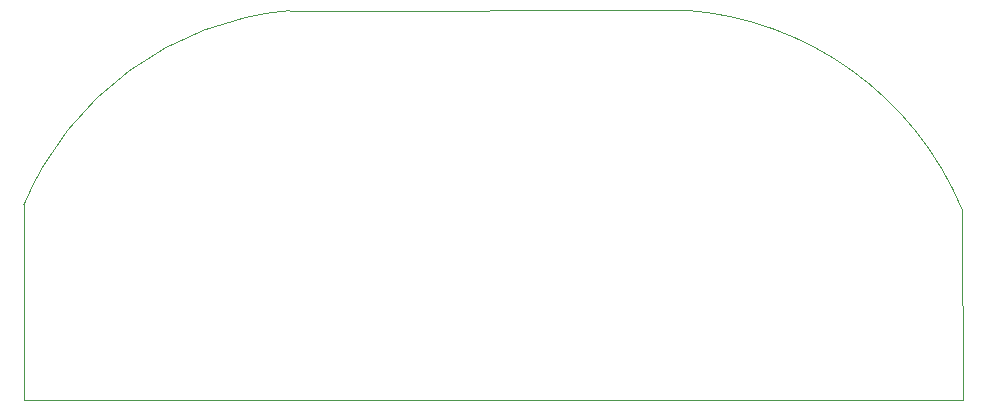
<source format=gbr>
%TF.GenerationSoftware,KiCad,Pcbnew,8.0.1*%
%TF.CreationDate,2024-03-24T18:49:43+02:00*%
%TF.ProjectId,ANTEUS001 MICROMOUSE SENSING,414e5445-5553-4303-9031-204d4943524f,rev?*%
%TF.SameCoordinates,Original*%
%TF.FileFunction,Profile,NP*%
%FSLAX46Y46*%
G04 Gerber Fmt 4.6, Leading zero omitted, Abs format (unit mm)*
G04 Created by KiCad (PCBNEW 8.0.1) date 2024-03-24 18:49:43*
%MOMM*%
%LPD*%
G01*
G04 APERTURE LIST*
%TA.AperFunction,Profile*%
%ADD10C,0.050000*%
%TD*%
G04 APERTURE END LIST*
D10*
X142000000Y-77500000D02*
X141946640Y-61382068D01*
X62500000Y-77500000D02*
X142000000Y-77500000D01*
X62500000Y-61000000D02*
X62500000Y-77500000D01*
X85000000Y-44528704D02*
X118500000Y-44500000D01*
X118500000Y-44500001D02*
G75*
G02*
X141946639Y-61382068I-1942663J-27421017D01*
G01*
X62500000Y-61000000D02*
G75*
G02*
X85000000Y-44528705I24821568J-10303287D01*
G01*
M02*

</source>
